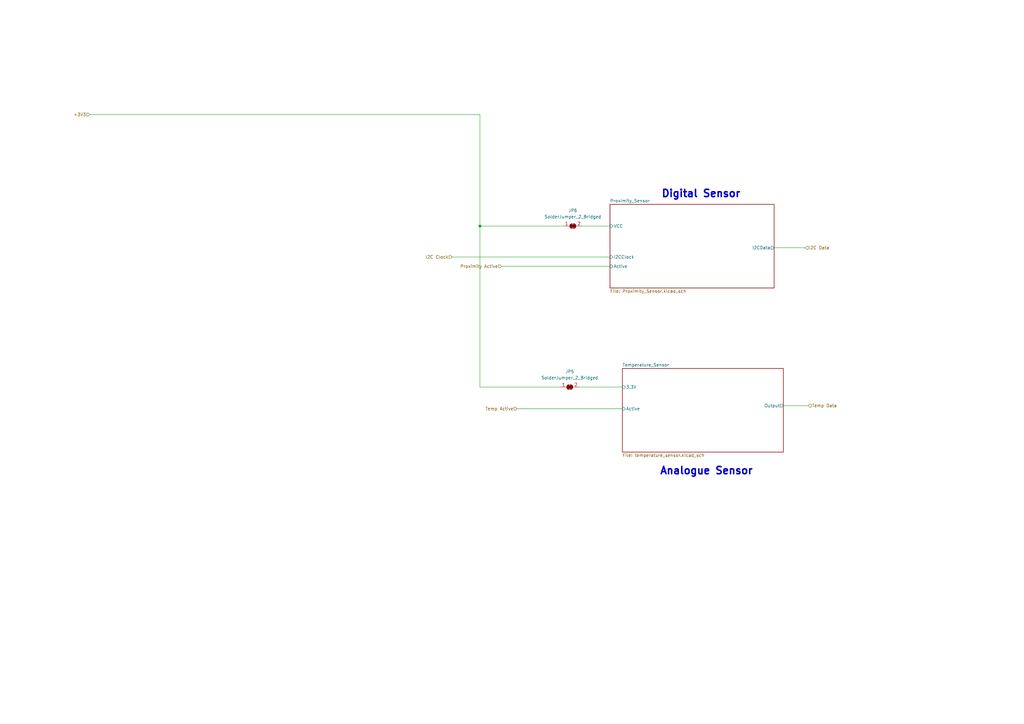
<source format=kicad_sch>
(kicad_sch (version 20211123) (generator eeschema)
  (paper "A3")
  (title_block (title "Sensing Submodule") (date "2022-03-09") (rev "v1.0") (company "University of Cape Town") (comment 4 "Authors: Kelvin Yankey"))
  (lib_symbols
    (symbol "Jumper:SolderJumper_2_Bridged" (pin_names (offset 0) hide)
      (property "Reference" "JP" (at 0 2.032 0))
      (property "Value" "SolderJumper_2_Bridged" (at 0 -2.54 0))
      (symbol "SolderJumper_2_Bridged_0_1"
        (rectangle (start -0.508 0.508) (end 0.508 -0.508) (fill (type outline)))
        (arc (start -0.254 1.016) (mid -1.27 0) (end -0.254 -1.016))
        (arc (start -0.254 1.016) (mid -1.27 0) (end -0.254 -1.016) (fill (type outline)))
        (polyline (pts (xy -0.254 1.016) (xy -0.254 -1.016)))
        (polyline (pts (xy 0.254 1.016) (xy 0.254 -1.016)))
        (arc (start 0.254 -1.016) (mid 1.27 0) (end 0.254 1.016))
        (arc (start 0.254 -1.016) (mid 1.27 0) (end 0.254 1.016) (fill (type outline)))
      )
      (symbol "SolderJumper_2_Bridged_1_1"
        (pin passive line (at -3.81 0 0) (length 2.54) (name "A") (number "1"))
        (pin passive line (at 3.81 0 180) (length 2.54) (name "B") (number "2"))
      )
    )
  )
  (junction (at 196.85 92.71))
  (wire (pts (xy 321.31 166.37) (xy 331.47 166.37)))
  (wire (pts (xy 238.76 92.71) (xy 250.19 92.71)))
  (wire (pts (xy 185.42 105.41) (xy 250.19 105.41)))
  (wire (pts (xy 212.09 167.64) (xy 255.27 167.64)))
  (wire (pts (xy 317.5 101.6) (xy 330.2 101.6)))
  (wire (pts (xy 196.85 158.75) (xy 196.85 92.71)))
  (wire (pts (xy 36.83 46.99) (xy 196.85 46.99)))
  (wire (pts (xy 229.87 158.75) (xy 196.85 158.75)))
  (wire (pts (xy 237.49 158.75) (xy 255.27 158.75)))
  (wire (pts (xy 196.85 92.71) (xy 196.85 46.99)))
  (wire (pts (xy 196.85 92.71) (xy 231.14 92.71)))
  (wire (pts (xy 205.74 109.22) (xy 250.19 109.22)))
  (text "Digital Sensor" (at 271.145 81.28 0) (effects (font (size 3 3) (thickness 0.6) bold) (justify left bottom)))
  (text "Analogue Sensor" (at 270.51 194.945 0) (effects (font (size 3 3) (thickness 0.6) bold) (justify left bottom)))
  (hierarchical_label "Temp Data" (shape input) (at 331.47 166.37 0))
  (hierarchical_label "I2C Clock" (shape input) (at 185.42 105.41 180))
  (hierarchical_label "Temp Active" (shape input) (at 212.09 167.64 180))
  (hierarchical_label "Proximity Active" (shape input) (at 205.74 109.22 180))
  (hierarchical_label "I2C Data" (shape input) (at 330.2 101.6 0))
  (hierarchical_label "+3V3" (shape input) (at 36.83 46.99 180))
  (symbol (lib_id "Jumper:SolderJumper_2_Bridged") (at 234.95 92.71 0) (unit 1)
    (property "Reference" "JP6" (at 234.95 86.36 0))
    (property "Value" "SolderJumper_2_Bridged" (at 234.95 88.9 0))
    (property "Footprint" "Jumper:SolderJumper-2_P1.3mm_Bridged2Bar_Pad1.0x1.5mm" (effects hide))
  )
  (symbol (lib_id "Jumper:SolderJumper_2_Bridged") (at 233.68 158.75 0) (unit 1)
    (property "Reference" "JP5" (at 233.68 152.4 0))
    (property "Value" "SolderJumper_2_Bridged" (at 233.68 154.94 0))
    (property "Footprint" "Jumper:SolderJumper-2_P1.3mm_Bridged2Bar_Pad1.0x1.5mm" (effects hide))
  )
  (sheet (at 250.19 83.82) (size 67.31 34.29) (stroke (width 0.1524))
    (property "Sheet name" "Proximity_Sensor" (at 250.19 83.1084 0) (effects (justify left bottom)))
    (property "Sheet file" "Proximity_Sensor.kicad_sch" (at 250.19 118.6946 0) (effects (justify left top)))
    (pin "VCC" input (at 250.19 92.71 180))
    (pin "Active" input (at 250.19 109.22 180))
    (pin "I2CClock" input (at 250.19 105.41 180))
    (pin "I2CData" output (at 317.5 101.6 0))
  )
  (sheet (at 255.27 151.13) (size 66.04 34.29) (stroke (width 0.1524))
    (property "Sheet name" "Temperature_Sensor" (at 255.27 150.4184 0) (effects (justify left bottom)))
    (property "Sheet file" "temperature_sensor.kicad_sch" (at 255.27 186.0046 0) (effects (justify left top)))
    (pin "Output" output (at 321.31 166.37 0))
    (pin "3.3V" input (at 255.27 158.75 180))
    (pin "Active" input (at 255.27 167.64 180))
  )
)
</source>
